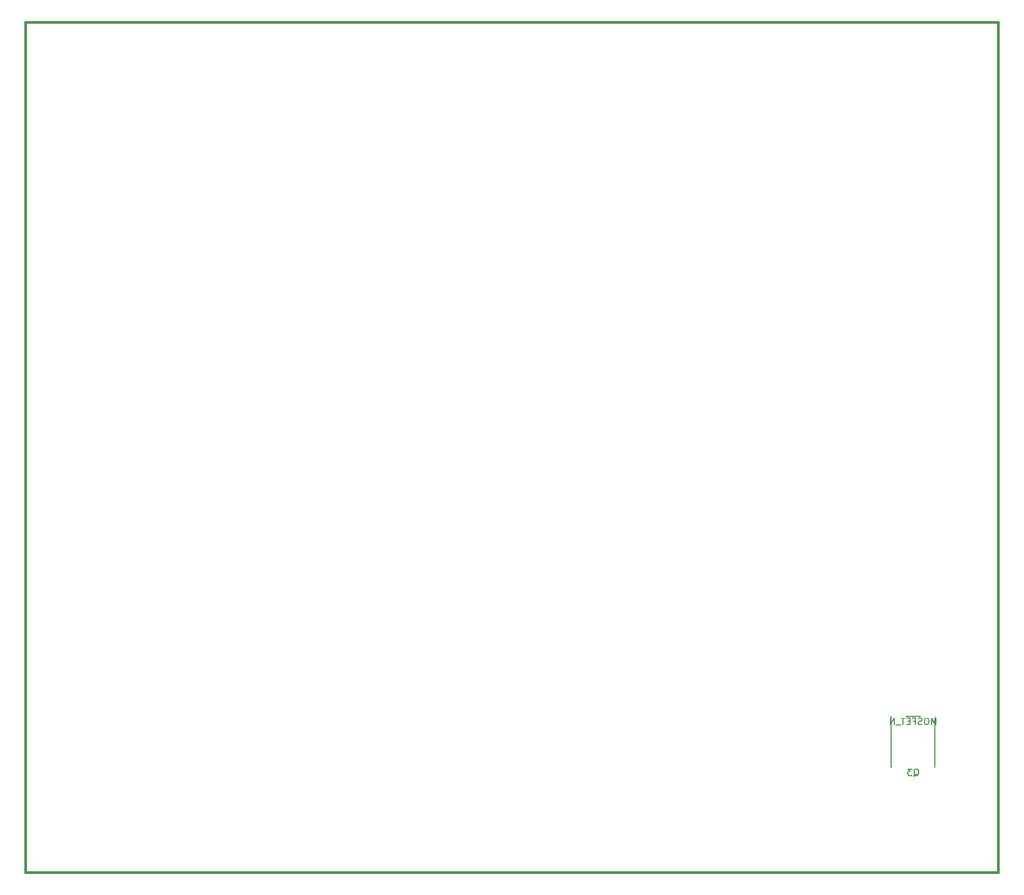
<source format=gbo>
G04 (created by PCBNEW-RS274X (2011-05-25)-stable) date Mon 06 Aug 2012 09:01:28 PM MDT*
G01*
G70*
G90*
%MOIN*%
G04 Gerber Fmt 3.4, Leading zero omitted, Abs format*
%FSLAX34Y34*%
G04 APERTURE LIST*
%ADD10C,0.006000*%
%ADD11C,0.015000*%
%ADD12C,0.005000*%
%ADD13C,0.008000*%
%ADD14R,0.140000X0.140000*%
%ADD15C,0.140000*%
%ADD16R,0.080000X0.080000*%
%ADD17C,0.080000*%
%ADD18O,0.110000X0.082000*%
%ADD19R,0.110000X0.082000*%
%ADD20O,0.082000X0.110000*%
%ADD21R,0.082000X0.110000*%
%ADD22C,0.090000*%
%ADD23R,0.090000X0.090000*%
%ADD24R,0.075000X0.075000*%
%ADD25C,0.075000*%
%ADD26R,0.085000X0.085000*%
%ADD27C,0.085000*%
%ADD28O,0.118400X0.090900*%
%ADD29C,0.320000*%
%ADD30R,0.085000X0.140000*%
%ADD31R,0.260000X0.260000*%
%ADD32R,0.147600X0.147600*%
%ADD33C,0.147600*%
%ADD34C,0.065000*%
G04 APERTURE END LIST*
G54D10*
G54D11*
X28250Y-64750D02*
X28250Y-62500D01*
X88250Y-64750D02*
X88250Y-62500D01*
X88250Y-61250D02*
X88250Y-62500D01*
X28250Y-62500D02*
X28250Y-60750D01*
X28250Y-12250D02*
X28250Y-62250D01*
X88250Y-12250D02*
X28250Y-12250D01*
X88250Y-62250D02*
X88250Y-12250D01*
X28250Y-64750D02*
X88250Y-64750D01*
G54D12*
X83550Y-55100D02*
X83550Y-53850D01*
X83550Y-53850D02*
X84250Y-53850D01*
X84250Y-53850D02*
X84250Y-55100D01*
X81750Y-55100D02*
X81750Y-53850D01*
X81750Y-53850D02*
X82450Y-53850D01*
X82450Y-53850D02*
X82450Y-55100D01*
X84350Y-57500D02*
X84350Y-55100D01*
X84350Y-55100D02*
X81650Y-55100D01*
X81650Y-55100D02*
X81650Y-58200D01*
X81650Y-58250D02*
X84350Y-58250D01*
X84350Y-58200D02*
X84350Y-57500D01*
G54D13*
X83038Y-58800D02*
X83076Y-58781D01*
X83114Y-58743D01*
X83171Y-58686D01*
X83210Y-58667D01*
X83248Y-58667D01*
X83229Y-58762D02*
X83267Y-58743D01*
X83305Y-58705D01*
X83324Y-58629D01*
X83324Y-58495D01*
X83305Y-58419D01*
X83267Y-58381D01*
X83229Y-58362D01*
X83152Y-58362D01*
X83114Y-58381D01*
X83076Y-58419D01*
X83057Y-58495D01*
X83057Y-58629D01*
X83076Y-58705D01*
X83114Y-58743D01*
X83152Y-58762D01*
X83229Y-58762D01*
X82924Y-58362D02*
X82676Y-58362D01*
X82810Y-58514D01*
X82752Y-58514D01*
X82714Y-58533D01*
X82695Y-58552D01*
X82676Y-58590D01*
X82676Y-58686D01*
X82695Y-58724D01*
X82714Y-58743D01*
X82752Y-58762D01*
X82867Y-58762D01*
X82905Y-58743D01*
X82924Y-58724D01*
X84400Y-55612D02*
X84400Y-55212D01*
X84266Y-55498D01*
X84133Y-55212D01*
X84133Y-55612D01*
X83867Y-55212D02*
X83790Y-55212D01*
X83752Y-55231D01*
X83714Y-55269D01*
X83695Y-55345D01*
X83695Y-55479D01*
X83714Y-55555D01*
X83752Y-55593D01*
X83790Y-55612D01*
X83867Y-55612D01*
X83905Y-55593D01*
X83943Y-55555D01*
X83962Y-55479D01*
X83962Y-55345D01*
X83943Y-55269D01*
X83905Y-55231D01*
X83867Y-55212D01*
X83543Y-55593D02*
X83486Y-55612D01*
X83390Y-55612D01*
X83352Y-55593D01*
X83333Y-55574D01*
X83314Y-55536D01*
X83314Y-55498D01*
X83333Y-55460D01*
X83352Y-55440D01*
X83390Y-55421D01*
X83467Y-55402D01*
X83505Y-55383D01*
X83524Y-55364D01*
X83543Y-55326D01*
X83543Y-55288D01*
X83524Y-55250D01*
X83505Y-55231D01*
X83467Y-55212D01*
X83371Y-55212D01*
X83314Y-55231D01*
X83009Y-55402D02*
X83143Y-55402D01*
X83143Y-55612D02*
X83143Y-55212D01*
X82952Y-55212D01*
X82800Y-55402D02*
X82666Y-55402D01*
X82609Y-55612D02*
X82800Y-55612D01*
X82800Y-55212D01*
X82609Y-55212D01*
X82495Y-55212D02*
X82266Y-55212D01*
X82381Y-55612D02*
X82381Y-55212D01*
X82228Y-55650D02*
X81923Y-55650D01*
X81828Y-55612D02*
X81828Y-55212D01*
X81599Y-55612D01*
X81599Y-55212D01*
%LPC*%
G54D14*
X55750Y-14750D03*
G54D15*
X40750Y-14750D03*
G54D16*
X65000Y-23000D03*
G54D17*
X66000Y-23000D03*
X67000Y-23000D03*
G54D16*
X65000Y-24500D03*
G54D17*
X66000Y-24500D03*
X67000Y-24500D03*
G54D16*
X65000Y-21500D03*
G54D17*
X66000Y-21500D03*
X67000Y-21500D03*
G54D16*
X34000Y-59750D03*
G54D17*
X35000Y-59750D03*
X36000Y-59750D03*
X37000Y-59750D03*
X38000Y-59750D03*
X39000Y-59750D03*
G54D16*
X46500Y-59750D03*
G54D17*
X47500Y-59750D03*
X48500Y-59750D03*
X49500Y-59750D03*
X50500Y-59750D03*
X51500Y-59750D03*
G54D18*
X49250Y-32750D03*
X49250Y-33750D03*
X49250Y-34750D03*
X49250Y-35750D03*
X49250Y-36750D03*
X49250Y-37750D03*
X49250Y-38750D03*
X49250Y-39750D03*
X49250Y-40750D03*
X49250Y-41750D03*
X49250Y-42750D03*
X49250Y-43750D03*
X49250Y-44750D03*
G54D19*
X49250Y-31750D03*
G54D18*
X52250Y-44750D03*
X52250Y-43750D03*
X52250Y-42750D03*
X52250Y-41750D03*
X52250Y-40750D03*
X52250Y-39750D03*
X52250Y-38750D03*
X52250Y-37750D03*
X52250Y-36750D03*
X52250Y-35750D03*
X52250Y-34750D03*
X52250Y-33750D03*
X52250Y-32750D03*
X52250Y-31750D03*
G54D20*
X34250Y-48250D03*
X35250Y-48250D03*
X36250Y-48250D03*
X37250Y-48250D03*
X38250Y-48250D03*
X39250Y-48250D03*
X40250Y-48250D03*
X41250Y-48250D03*
X42250Y-48250D03*
X43250Y-48250D03*
X44250Y-48250D03*
X45250Y-48250D03*
X46250Y-48250D03*
G54D21*
X33250Y-48250D03*
G54D20*
X46250Y-45250D03*
X45250Y-45250D03*
X44250Y-45250D03*
X43250Y-45250D03*
X42250Y-45250D03*
X41250Y-45250D03*
X40250Y-45250D03*
X39250Y-45250D03*
X38250Y-45250D03*
X37250Y-45250D03*
X36250Y-45250D03*
X35250Y-45250D03*
X34250Y-45250D03*
X33250Y-45250D03*
G54D21*
X49750Y-50750D03*
G54D20*
X50750Y-50750D03*
X51750Y-50750D03*
X52750Y-50750D03*
X53750Y-50750D03*
X54750Y-50750D03*
X55750Y-50750D03*
X56750Y-50750D03*
X57750Y-50750D03*
X57750Y-47750D03*
X56750Y-47750D03*
X55750Y-47750D03*
X54750Y-47750D03*
X53750Y-47750D03*
X52750Y-47750D03*
X51750Y-47750D03*
X50750Y-47750D03*
X49750Y-47750D03*
G54D22*
X82750Y-46250D03*
G54D23*
X86750Y-46250D03*
G54D24*
X85750Y-52750D03*
G54D25*
X82750Y-52750D03*
X69000Y-26750D03*
X67000Y-26750D03*
X74750Y-51250D03*
X72750Y-51250D03*
X55250Y-18000D03*
X55250Y-16000D03*
X77000Y-26750D03*
X77000Y-27750D03*
X69850Y-45350D03*
X71850Y-45350D03*
X77000Y-25750D03*
X77000Y-24750D03*
G54D16*
X59000Y-59750D03*
G54D17*
X60000Y-59750D03*
X61000Y-59750D03*
X62000Y-59750D03*
X63000Y-59750D03*
X64000Y-59750D03*
G54D23*
X66750Y-39750D03*
G54D22*
X66750Y-41750D03*
G54D25*
X83000Y-34750D03*
X83000Y-32750D03*
G54D22*
X66750Y-50750D03*
G54D23*
X66750Y-45750D03*
G54D22*
X75750Y-55250D03*
G54D23*
X71750Y-55250D03*
G54D24*
X77250Y-49750D03*
G54D25*
X77250Y-52750D03*
G54D24*
X77750Y-44500D03*
G54D25*
X74750Y-44500D03*
G54D16*
X72500Y-59750D03*
G54D17*
X73500Y-59750D03*
X74500Y-59750D03*
X75500Y-59750D03*
X76500Y-59750D03*
X77500Y-59750D03*
G54D18*
X73500Y-33750D03*
X73500Y-32750D03*
X73500Y-31750D03*
X73500Y-30750D03*
X73500Y-29750D03*
X73500Y-28750D03*
X73500Y-27750D03*
X73500Y-26750D03*
X73500Y-25750D03*
X73500Y-24750D03*
X73500Y-23750D03*
X73500Y-22750D03*
X73500Y-21750D03*
G54D19*
X73500Y-34750D03*
G54D18*
X70500Y-21750D03*
X70500Y-22750D03*
X70500Y-23750D03*
X70500Y-24750D03*
X70500Y-25750D03*
X70500Y-26750D03*
X70500Y-27750D03*
X70500Y-28750D03*
X70500Y-29750D03*
X70500Y-30750D03*
X70500Y-31750D03*
X70500Y-32750D03*
X70500Y-33750D03*
X70500Y-34750D03*
G54D16*
X68750Y-16500D03*
G54D17*
X68750Y-15500D03*
X69750Y-16500D03*
X69750Y-15500D03*
X70750Y-16500D03*
X70750Y-15500D03*
G54D25*
X87000Y-34750D03*
X87000Y-36750D03*
X84000Y-34750D03*
X84000Y-36750D03*
G54D26*
X68750Y-52250D03*
G54D27*
X69750Y-52250D03*
G54D23*
X62250Y-46750D03*
G54D22*
X64250Y-46750D03*
G54D25*
X64250Y-43750D03*
X62250Y-43750D03*
G54D23*
X76000Y-41000D03*
G54D22*
X76000Y-43000D03*
G54D26*
X76000Y-46250D03*
G54D27*
X76000Y-47250D03*
G54D25*
X75250Y-48750D03*
X77250Y-48750D03*
X67000Y-27750D03*
X69000Y-27750D03*
G54D27*
X67250Y-54250D03*
X64250Y-54250D03*
X64250Y-53250D03*
X67250Y-53250D03*
X86250Y-41750D03*
X86250Y-44750D03*
X84250Y-44750D03*
X84250Y-41750D03*
X45250Y-43750D03*
X45250Y-40750D03*
X70500Y-13750D03*
X73500Y-13750D03*
G54D24*
X64750Y-51250D03*
G54D25*
X63750Y-51250D03*
X63750Y-50250D03*
G54D22*
X75250Y-25250D03*
X75250Y-27250D03*
G54D21*
X43750Y-29250D03*
G54D20*
X44750Y-29250D03*
X45750Y-29250D03*
X46750Y-29250D03*
X47750Y-29250D03*
X48750Y-29250D03*
X49750Y-29250D03*
X50750Y-29250D03*
X51750Y-29250D03*
X51750Y-26250D03*
X50750Y-26250D03*
X49750Y-26250D03*
X48750Y-26250D03*
X47750Y-26250D03*
X46750Y-26250D03*
X45750Y-26250D03*
X44750Y-26250D03*
X43750Y-26250D03*
G54D21*
X33750Y-29250D03*
G54D20*
X34750Y-29250D03*
X35750Y-29250D03*
X36750Y-29250D03*
X37750Y-29250D03*
X38750Y-29250D03*
X39750Y-29250D03*
X40750Y-29250D03*
X41750Y-29250D03*
X41750Y-26250D03*
X40750Y-26250D03*
X39750Y-26250D03*
X38750Y-26250D03*
X37750Y-26250D03*
X36750Y-26250D03*
X35750Y-26250D03*
X34750Y-26250D03*
X33750Y-26250D03*
G54D21*
X33250Y-43750D03*
G54D20*
X34250Y-43750D03*
X35250Y-43750D03*
X36250Y-43750D03*
X37250Y-43750D03*
X38250Y-43750D03*
X39250Y-43750D03*
X40250Y-43750D03*
X41250Y-43750D03*
X41250Y-40750D03*
X40250Y-40750D03*
X39250Y-40750D03*
X38250Y-40750D03*
X37250Y-40750D03*
X36250Y-40750D03*
X35250Y-40750D03*
X34250Y-40750D03*
X33250Y-40750D03*
G54D21*
X41250Y-50750D03*
G54D20*
X40250Y-50750D03*
X39250Y-50750D03*
X38250Y-50750D03*
X37250Y-50750D03*
X36250Y-50750D03*
X35250Y-50750D03*
X34250Y-50750D03*
X33250Y-50750D03*
X33250Y-53750D03*
X34250Y-53750D03*
X35250Y-53750D03*
X36250Y-53750D03*
X37250Y-53750D03*
X38250Y-53750D03*
X39250Y-53750D03*
X40250Y-53750D03*
X41250Y-53750D03*
G54D27*
X83750Y-21000D03*
X80750Y-21000D03*
X83750Y-19250D03*
X80750Y-19250D03*
X53750Y-43750D03*
X56750Y-43750D03*
G54D21*
X41750Y-21750D03*
G54D20*
X40750Y-21750D03*
X39750Y-21750D03*
X38750Y-21750D03*
X37750Y-21750D03*
X36750Y-21750D03*
X35750Y-21750D03*
X34750Y-21750D03*
X34750Y-24750D03*
X35750Y-24750D03*
X36750Y-24750D03*
X37750Y-24750D03*
X38750Y-24750D03*
X39750Y-24750D03*
X40750Y-24750D03*
X41750Y-24750D03*
G54D21*
X42750Y-24750D03*
G54D20*
X43750Y-24750D03*
X44750Y-24750D03*
X45750Y-24750D03*
X46750Y-24750D03*
X47750Y-24750D03*
X48750Y-24750D03*
X49750Y-24750D03*
X49750Y-21750D03*
X48750Y-21750D03*
X47750Y-21750D03*
X46750Y-21750D03*
X45750Y-21750D03*
X44750Y-21750D03*
X43750Y-21750D03*
X42750Y-21750D03*
G54D16*
X86250Y-33250D03*
G54D17*
X86250Y-32250D03*
X86250Y-31250D03*
X86250Y-30250D03*
X86250Y-29250D03*
X86250Y-28250D03*
G54D28*
X78754Y-47750D03*
X78754Y-46372D03*
X78754Y-49128D03*
X79935Y-48459D03*
X79935Y-47041D03*
G54D29*
X30750Y-14750D03*
X85750Y-14750D03*
X30750Y-59750D03*
X85750Y-59750D03*
G54D24*
X49750Y-52250D03*
G54D25*
X50750Y-52250D03*
X51750Y-52250D03*
X52750Y-52250D03*
X53750Y-52250D03*
X54750Y-52250D03*
X55750Y-52250D03*
X56750Y-52250D03*
X57750Y-52250D03*
G54D27*
X81250Y-29000D03*
X81250Y-26000D03*
X81250Y-30750D03*
X81250Y-33750D03*
X53750Y-41750D03*
X56750Y-41750D03*
X43250Y-43750D03*
X43250Y-40750D03*
G54D16*
X51750Y-53750D03*
G54D17*
X50750Y-53750D03*
X49750Y-53750D03*
G54D16*
X54250Y-26750D03*
G54D17*
X54250Y-27750D03*
X54250Y-28750D03*
G54D16*
X31250Y-26750D03*
G54D17*
X31250Y-27750D03*
X31250Y-28750D03*
G54D16*
X30750Y-41250D03*
G54D17*
X30750Y-42250D03*
X30750Y-43250D03*
G54D16*
X30750Y-51250D03*
G54D17*
X30750Y-52250D03*
X30750Y-53250D03*
G54D21*
X33250Y-39250D03*
G54D20*
X34250Y-39250D03*
X35250Y-39250D03*
X36250Y-39250D03*
X37250Y-39250D03*
X38250Y-39250D03*
X39250Y-39250D03*
X40250Y-39250D03*
X40250Y-36250D03*
X39250Y-36250D03*
X38250Y-36250D03*
X37250Y-36250D03*
X36250Y-36250D03*
X35250Y-36250D03*
X34250Y-36250D03*
X33250Y-36250D03*
G54D16*
X41750Y-18750D03*
G54D17*
X40750Y-18750D03*
X39750Y-18750D03*
X38750Y-18750D03*
X37750Y-18750D03*
G54D16*
X51750Y-18750D03*
G54D17*
X50750Y-18750D03*
X49750Y-18750D03*
X48750Y-18750D03*
X47750Y-18750D03*
G54D16*
X56750Y-53750D03*
G54D17*
X55750Y-53750D03*
X54750Y-53750D03*
X53750Y-53750D03*
X52750Y-53750D03*
G54D16*
X40250Y-33250D03*
G54D17*
X39250Y-33250D03*
X38250Y-33250D03*
X37250Y-33250D03*
X36250Y-33250D03*
G54D24*
X79500Y-30500D03*
G54D25*
X79500Y-29500D03*
X78500Y-29500D03*
G54D24*
X80500Y-25000D03*
G54D25*
X80500Y-24000D03*
X79500Y-24000D03*
G54D16*
X75500Y-15500D03*
G54D17*
X75500Y-16500D03*
G54D16*
X73250Y-15500D03*
G54D17*
X73250Y-16500D03*
G54D16*
X36750Y-18750D03*
G54D17*
X35750Y-18750D03*
X34750Y-18750D03*
X33750Y-18750D03*
X32750Y-18750D03*
G54D16*
X46750Y-18750D03*
G54D17*
X45750Y-18750D03*
X44750Y-18750D03*
X43750Y-18750D03*
X42750Y-18750D03*
G54D16*
X35250Y-33250D03*
G54D17*
X34250Y-33250D03*
X33250Y-33250D03*
X32250Y-33250D03*
X31250Y-33250D03*
G54D27*
X77250Y-14000D03*
X80250Y-14000D03*
G54D16*
X66750Y-31750D03*
G54D17*
X67750Y-31750D03*
X68750Y-31750D03*
G54D16*
X78750Y-17500D03*
G54D17*
X78750Y-16500D03*
X78750Y-15500D03*
G54D30*
X82100Y-54500D03*
G54D31*
X83000Y-57000D03*
G54D30*
X83900Y-54500D03*
G54D22*
X78550Y-54350D03*
X85550Y-54350D03*
G54D32*
X70250Y-42750D03*
G54D33*
X72250Y-40750D03*
G54D32*
X79750Y-43050D03*
G54D33*
X81750Y-41050D03*
G54D25*
X42000Y-49500D03*
X43000Y-49500D03*
X48000Y-39750D03*
X47000Y-39750D03*
X54500Y-45000D03*
X55500Y-45000D03*
X56500Y-45750D03*
X57500Y-45750D03*
G54D27*
X79000Y-52250D03*
X82000Y-52250D03*
G54D34*
X63750Y-39750D03*
X62250Y-42250D03*
G54D27*
X65500Y-45750D03*
X65500Y-42750D03*
X64500Y-34250D03*
X64500Y-37250D03*
X77250Y-53750D03*
X77250Y-56750D03*
M02*

</source>
